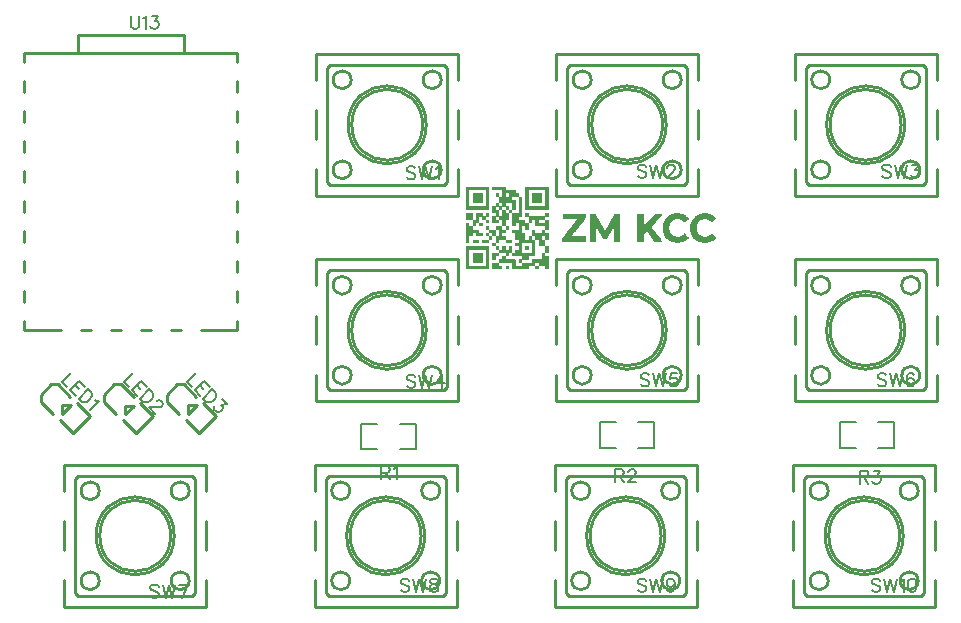
<source format=gto>
G04 Layer: TopSilkscreenLayer*
G04 EasyEDA v6.5.47, 2024-11-03 14:34:40*
G04 684bee94884246f2b67ba1c568fef4cc,02b1cd47abf14eeea88f237cf3128960,10*
G04 Gerber Generator version 0.2*
G04 Scale: 100 percent, Rotated: No, Reflected: No *
G04 Dimensions in millimeters *
G04 leading zeros omitted , absolute positions ,4 integer and 5 decimal *
%FSLAX45Y45*%
%MOMM*%

%ADD10C,0.1524*%
%ADD11C,0.2540*%

%LPD*%
G36*
X7013600Y17117618D02*
G01*
X6977684Y17117466D01*
X6970420Y17116755D01*
X6966864Y17115180D01*
X6959904Y17114316D01*
X6957263Y17112335D01*
X6950709Y17111573D01*
X6946239Y17109084D01*
X6943801Y17109084D01*
X6941515Y17107966D01*
X6941515Y17107255D01*
X6936790Y17105680D01*
X6935012Y17103953D01*
X6931355Y17102937D01*
X6929780Y17101159D01*
X6925919Y17100143D01*
X6924751Y17098568D01*
X6921347Y17097197D01*
X6919925Y17094911D01*
X6918756Y17094911D01*
X6916369Y17092066D01*
X6915607Y17092066D01*
X6908292Y17086122D01*
X6901535Y17079366D01*
X6901535Y17078604D01*
X6899351Y17076674D01*
X6891172Y17066361D01*
X6889902Y17063770D01*
X6888632Y17063262D01*
X6887159Y17058538D01*
X6885940Y17058030D01*
X6884822Y17054423D01*
X6882688Y17051782D01*
X6882688Y17050105D01*
X6880504Y17047565D01*
X6879539Y17043958D01*
X6877862Y17042282D01*
X6876796Y17035983D01*
X6874967Y17033951D01*
X6874205Y17026788D01*
X6872224Y17023994D01*
X6871512Y17012310D01*
X6869785Y17007128D01*
X6869175Y16990568D01*
X6869988Y16977309D01*
X6871512Y16974159D01*
X6872224Y16962475D01*
X6874154Y16959224D01*
X6875018Y16952315D01*
X6876897Y16949623D01*
X6877710Y16944289D01*
X6879488Y16942308D01*
X6880504Y16938294D01*
X6882130Y16937380D01*
X6883095Y16933265D01*
X6885279Y16931284D01*
X6885838Y16928033D01*
X6888073Y16925798D01*
X6888073Y16924375D01*
X6891477Y16919143D01*
X6898335Y16911066D01*
X6906006Y16901515D01*
X6908952Y16899991D01*
X6910070Y16898061D01*
X6911390Y16898061D01*
X6913016Y16895927D01*
X6920331Y16890085D01*
X6923024Y16888612D01*
X6923531Y16887240D01*
X6927342Y16886123D01*
X6929780Y16883989D01*
X6932879Y16883380D01*
X6934453Y16881500D01*
X6938111Y16880484D01*
X6940550Y16878300D01*
X6943902Y16877639D01*
X6946392Y16875709D01*
X6952538Y16875099D01*
X6955840Y16872966D01*
X6963054Y16872102D01*
X6965797Y16869918D01*
X6983933Y16869308D01*
X6989775Y16867581D01*
X7003237Y16867682D01*
X7010450Y16869257D01*
X7023658Y16870019D01*
X7027011Y16872102D01*
X7034428Y16872915D01*
X7038340Y16875353D01*
X7041540Y16875353D01*
X7044893Y16877741D01*
X7049363Y16878655D01*
X7052056Y16881043D01*
X7054088Y16881043D01*
X7057491Y16883888D01*
X7059574Y16883888D01*
X7062165Y16886478D01*
X7068566Y16890238D01*
X7070394Y16892371D01*
X7071156Y16892371D01*
X7081824Y16902074D01*
X7087666Y16908983D01*
X7088886Y16911624D01*
X7087870Y16915587D01*
X7087057Y16915587D01*
X7081316Y16921480D01*
X7066584Y16935805D01*
X7062520Y16939463D01*
X7054443Y16947286D01*
X7053884Y16947286D01*
X7050379Y16944390D01*
X7039152Y16933672D01*
X7036358Y16932148D01*
X7035901Y16930878D01*
X7032396Y16929760D01*
X7030262Y16927423D01*
X7029348Y16927423D01*
X7026148Y16925036D01*
X7021220Y16924070D01*
X7018832Y16922242D01*
X7013143Y16921276D01*
X7008215Y16919143D01*
X6983933Y16919143D01*
X6980123Y16921276D01*
X6973265Y16922191D01*
X6971690Y16923664D01*
X6966458Y16925137D01*
X6965086Y16926407D01*
X6960717Y16928338D01*
X6958482Y16930217D01*
X6957059Y16930217D01*
X6954774Y16932656D01*
X6950303Y16936364D01*
X6949490Y16936364D01*
X6946036Y16939920D01*
X6939940Y16948353D01*
X6937451Y16950791D01*
X6937451Y16952366D01*
X6935114Y16956024D01*
X6934200Y16958868D01*
X6932574Y16960748D01*
X6931609Y16965472D01*
X6929831Y16968470D01*
X6929018Y16975226D01*
X6926935Y16979188D01*
X6926935Y17007128D01*
X6928967Y17010634D01*
X6929729Y17017695D01*
X6931609Y17020235D01*
X6932218Y17025061D01*
X6934250Y17026991D01*
X6935165Y17030547D01*
X6937451Y17033443D01*
X6937451Y17035272D01*
X6948271Y17048530D01*
X6949135Y17048530D01*
X6954774Y17054220D01*
X6955637Y17054220D01*
X6957923Y17056404D01*
X6962190Y17058081D01*
X6962190Y17058843D01*
X6966407Y17060367D01*
X6968286Y17062246D01*
X6974331Y17063110D01*
X6977532Y17065244D01*
X6989876Y17066412D01*
X6996633Y17068088D01*
X7004151Y17066056D01*
X7014413Y17065396D01*
X7018528Y17063059D01*
X7023201Y17062348D01*
X7025690Y17060468D01*
X7029297Y17059249D01*
X7031837Y17057065D01*
X7032955Y17057065D01*
X7035038Y17054728D01*
X7038289Y17053610D01*
X7051497Y17040352D01*
X7055408Y17039894D01*
X7062571Y17046397D01*
X7075830Y17059859D01*
X7076338Y17059859D01*
X7088886Y17072711D01*
X7088327Y17076674D01*
X7076440Y17089170D01*
X7070496Y17094708D01*
X7067702Y17095978D01*
X7067702Y17096841D01*
X7064298Y17098314D01*
X7063587Y17099686D01*
X7059472Y17101566D01*
X7058507Y17102836D01*
X7053834Y17104410D01*
X7053427Y17105630D01*
X7049058Y17106849D01*
X7047179Y17108627D01*
X7042505Y17109440D01*
X7039762Y17111573D01*
X7034225Y17112284D01*
X7030466Y17114367D01*
X7021880Y17115231D01*
X7019340Y17116602D01*
G37*
G36*
X6745528Y17117517D02*
G01*
X6737553Y17116653D01*
X6734759Y17115180D01*
X6727698Y17114316D01*
X6724599Y17112284D01*
X6717690Y17111472D01*
X6715353Y17109643D01*
X6710375Y17108678D01*
X6707022Y17106239D01*
X6705447Y17106239D01*
X6701536Y17103445D01*
X6700062Y17103394D01*
X6696608Y17100905D01*
X6693458Y17099991D01*
X6691630Y17098314D01*
X6688734Y17096740D01*
X6688734Y17095825D01*
X6685584Y17094250D01*
X6685584Y17093539D01*
X6682231Y17091406D01*
X6676085Y17086122D01*
X6669633Y17079468D01*
X6660794Y17069104D01*
X6656374Y17063008D01*
X6656374Y17061637D01*
X6653682Y17058436D01*
X6653682Y17056252D01*
X6651447Y17054017D01*
X6650481Y17050207D01*
X6648805Y17048988D01*
X6647738Y17045533D01*
X6645605Y17042231D01*
X6645605Y17039336D01*
X6643319Y17035830D01*
X6642455Y17029582D01*
X6640575Y17026890D01*
X6639814Y17016882D01*
X6638442Y17014088D01*
X6637477Y17007332D01*
X6637781Y16974007D01*
X6639814Y16968876D01*
X6640575Y16959580D01*
X6642557Y16956278D01*
X6643065Y16950994D01*
X6645097Y16947794D01*
X6646164Y16942104D01*
X6648297Y16940022D01*
X6648297Y16938447D01*
X6650990Y16934281D01*
X6650990Y16933164D01*
X6653123Y16930471D01*
X6654190Y16927017D01*
X6655917Y16925391D01*
X6656476Y16922597D01*
X6661556Y16916501D01*
X6670090Y16905528D01*
X6677253Y16898670D01*
X6679539Y16897451D01*
X6681317Y16895622D01*
X6688328Y16889526D01*
X6689039Y16889526D01*
X6692341Y16886783D01*
X6694931Y16886174D01*
X6695998Y16884853D01*
X6700164Y16883176D01*
X6703212Y16881043D01*
X6704787Y16881043D01*
X6708241Y16878503D01*
X6711340Y16877639D01*
X6713778Y16875709D01*
X6720535Y16874998D01*
X6723786Y16872864D01*
X6730542Y16872102D01*
X6733844Y16869918D01*
X6751370Y16869308D01*
X6757212Y16867632D01*
X6770674Y16867682D01*
X6778294Y16869257D01*
X6791401Y16869968D01*
X6794804Y16872204D01*
X6802475Y16872915D01*
X6805066Y16874947D01*
X6809943Y16875760D01*
X6812432Y16877690D01*
X6817309Y16878655D01*
X6819646Y16881043D01*
X6821220Y16881043D01*
X6823709Y16882364D01*
X6824827Y16883786D01*
X6827824Y16884345D01*
X6828993Y16885818D01*
X6832346Y16887647D01*
X6833108Y16888866D01*
X6836918Y16890644D01*
X6836918Y16891406D01*
X6839051Y16892625D01*
X6848195Y16901210D01*
X6856679Y16910608D01*
X6856679Y16913707D01*
X6852818Y16917771D01*
X6836511Y16933316D01*
X6823049Y16946778D01*
X6820306Y16946778D01*
X6816547Y16943273D01*
X6806438Y16933062D01*
X6805523Y16933062D01*
X6802983Y16930878D01*
X6800189Y16929709D01*
X6798106Y16927423D01*
X6796531Y16927423D01*
X6793687Y16924883D01*
X6788861Y16924172D01*
X6786168Y16922140D01*
X6780987Y16921327D01*
X6775602Y16919143D01*
X6751370Y16919143D01*
X6747814Y16921327D01*
X6741312Y16922089D01*
X6738315Y16924020D01*
X6733946Y16925086D01*
X6731406Y16927322D01*
X6728459Y16927982D01*
X6721703Y16933113D01*
X6720179Y16933672D01*
X6718808Y16935907D01*
X6717639Y16935907D01*
X6713626Y16940174D01*
X6705803Y16950182D01*
X6705803Y16951401D01*
X6703618Y16953636D01*
X6702704Y16957344D01*
X6700774Y16959478D01*
X6699910Y16963440D01*
X6698081Y16966082D01*
X6697370Y16972686D01*
X6694931Y16977055D01*
X6694931Y17007586D01*
X6695592Y17010430D01*
X6697370Y17013580D01*
X6698081Y17020184D01*
X6699554Y17021962D01*
X6700875Y17026483D01*
X6703009Y17029836D01*
X6703669Y17032224D01*
X6705803Y17034865D01*
X6705803Y17036084D01*
X6711188Y17042384D01*
X6711188Y17043146D01*
X6715963Y17048276D01*
X6720230Y17051578D01*
X6725513Y17056506D01*
X6728714Y17057420D01*
X6731457Y17059859D01*
X6733540Y17059859D01*
X6736435Y17062450D01*
X6742379Y17063161D01*
X6744919Y17065193D01*
X6758127Y17066463D01*
X6764121Y17068038D01*
X6771589Y17066056D01*
X6782358Y17065447D01*
X6785609Y17063161D01*
X6790944Y17062348D01*
X6794347Y17059859D01*
X6795922Y17059859D01*
X6799325Y17057065D01*
X6800850Y17057065D01*
X6802526Y17055033D01*
X6806184Y17053306D01*
X6807860Y17051375D01*
X6808622Y17051375D01*
X6819595Y17039996D01*
X6823202Y17039996D01*
X6848551Y17064482D01*
X6856679Y17072660D01*
X6856679Y17076064D01*
X6851243Y17081652D01*
X6851243Y17082262D01*
X6846925Y17086630D01*
X6837680Y17094911D01*
X6835597Y17095470D01*
X6835140Y17096740D01*
X6831533Y17098721D01*
X6831533Y17099534D01*
X6827774Y17101108D01*
X6825284Y17103293D01*
X6822186Y17103902D01*
X6820611Y17105782D01*
X6816902Y17106798D01*
X6815023Y17108627D01*
X6809740Y17109541D01*
X6807200Y17111522D01*
X6801256Y17112437D01*
X6798309Y17114367D01*
X6789877Y17115180D01*
X6785051Y17117364D01*
G37*
G36*
X6275628Y17114824D02*
G01*
X6233058Y17114520D01*
X6231280Y17112792D01*
X6230112Y17109897D01*
X6228029Y17107712D01*
X6228029Y17106392D01*
X6225336Y17102785D01*
X6225336Y17101210D01*
X6223101Y17098975D01*
X6222034Y17095266D01*
X6220764Y17094758D01*
X6216650Y17086122D01*
X6215075Y17084954D01*
X6214465Y17082058D01*
X6211976Y17079061D01*
X6211316Y17076674D01*
X6209182Y17073981D01*
X6209182Y17072762D01*
X6206490Y17069206D01*
X6206490Y17067428D01*
X6204254Y17065396D01*
X6203238Y17061992D01*
X6201460Y17059960D01*
X6197803Y17052544D01*
X6195720Y17050461D01*
X6195720Y17048632D01*
X6193028Y17045076D01*
X6193028Y17043908D01*
X6190335Y17040352D01*
X6190335Y17038777D01*
X6188049Y17036542D01*
X6187033Y17032833D01*
X6185509Y17032020D01*
X6183985Y17027702D01*
X6183223Y17027702D01*
X6182055Y17024654D01*
X6179566Y17021505D01*
X6179566Y17019676D01*
X6176975Y17016577D01*
X6176264Y17014240D01*
X6174181Y17011548D01*
X6174181Y17010227D01*
X6171895Y17007687D01*
X6171336Y17005249D01*
X6169253Y17002861D01*
X6168186Y16999559D01*
X6166053Y16997476D01*
X6166053Y16996156D01*
X6163360Y16992549D01*
X6163360Y16990771D01*
X6161176Y16988739D01*
X6160109Y16985335D01*
X6158687Y16983608D01*
X6156248Y16979188D01*
X6154724Y16975886D01*
X6152692Y16973296D01*
X6152083Y16970552D01*
X6149238Y16970095D01*
X6148120Y16971568D01*
X6148120Y16973245D01*
X6145428Y16976496D01*
X6145428Y16977461D01*
X6143294Y16980154D01*
X6142583Y16982541D01*
X6140094Y16985538D01*
X6139535Y16988282D01*
X6137351Y16990314D01*
X6137351Y16991685D01*
X6135217Y16994327D01*
X6134557Y16996714D01*
X6132474Y16999102D01*
X6130950Y17003115D01*
X6130137Y17003115D01*
X6128410Y17007281D01*
X6127496Y17007890D01*
X6125768Y17011853D01*
X6123889Y17013682D01*
X6123889Y17015307D01*
X6121704Y17018000D01*
X6120333Y17021556D01*
X6119469Y17021556D01*
X6117945Y17025721D01*
X6115761Y17027855D01*
X6115761Y17029480D01*
X6113068Y17033036D01*
X6113068Y17034357D01*
X6110986Y17036440D01*
X6109919Y17039844D01*
X6107684Y17041876D01*
X6107684Y17043654D01*
X6104991Y17047260D01*
X6104991Y17048378D01*
X6102908Y17050461D01*
X6101842Y17054169D01*
X6100064Y17055490D01*
X6099048Y17058690D01*
X6096914Y17061383D01*
X6096914Y17062551D01*
X6094831Y17064634D01*
X6093714Y17068444D01*
X6092393Y17069003D01*
X6090158Y17073829D01*
X6088126Y17077334D01*
X6086703Y17079061D01*
X6085586Y17082668D01*
X6084265Y17083227D01*
X6082538Y17087088D01*
X6080099Y17091406D01*
X6078067Y17094047D01*
X6078067Y17095825D01*
X6075375Y17098721D01*
X6075375Y17100042D01*
X6073292Y17102683D01*
X6072124Y17105833D01*
X6070549Y17106950D01*
X6069533Y17110252D01*
X6065570Y17114774D01*
X6022390Y17114774D01*
X6020612Y17112894D01*
X6020612Y16873982D01*
X6021984Y16872508D01*
X6071616Y16872508D01*
X6072682Y16873626D01*
X6072682Y17004741D01*
X6073648Y17006163D01*
X6078067Y16997476D01*
X6079286Y16996714D01*
X6080353Y16993311D01*
X6082538Y16991126D01*
X6082538Y16989501D01*
X6085230Y16985945D01*
X6085230Y16984675D01*
X6087922Y16981779D01*
X6087922Y16979950D01*
X6090615Y16976699D01*
X6090615Y16975734D01*
X6092698Y16973042D01*
X6093866Y16970095D01*
X6096050Y16967911D01*
X6096050Y16966336D01*
X6098743Y16962729D01*
X6098743Y16961408D01*
X6100826Y16959326D01*
X6101892Y16955922D01*
X6104128Y16953890D01*
X6104128Y16952671D01*
X6108852Y16945152D01*
X6109919Y16942460D01*
X6112205Y16939615D01*
X6112205Y16938396D01*
X6114897Y16934840D01*
X6114897Y16933519D01*
X6116980Y16931436D01*
X6118047Y16928134D01*
X6119876Y16926102D01*
X6123381Y16919041D01*
X6125108Y16917416D01*
X6126632Y16913199D01*
X6127496Y16913199D01*
X6129223Y16908932D01*
X6130086Y16908932D01*
X6131661Y16904614D01*
X6133287Y16903446D01*
X6134404Y16899788D01*
X6136944Y16897807D01*
X6161379Y16897807D01*
X6163614Y16898518D01*
X6165596Y16902074D01*
X6167577Y16906341D01*
X6169660Y16908424D01*
X6169660Y16910253D01*
X6171692Y16912894D01*
X6174130Y16917212D01*
X6175857Y16921124D01*
X6177229Y16921683D01*
X6178245Y16925493D01*
X6180429Y16927830D01*
X6180429Y16929150D01*
X6183122Y16932757D01*
X6183122Y16933926D01*
X6185408Y16936770D01*
X6186373Y16939768D01*
X6188506Y16942003D01*
X6188506Y16943374D01*
X6191199Y16946930D01*
X6191199Y16948505D01*
X6193434Y16950740D01*
X6194501Y16954144D01*
X6196634Y16956227D01*
X6196634Y16957548D01*
X6199327Y16961104D01*
X6199327Y16962729D01*
X6201562Y16964964D01*
X6202629Y16968622D01*
X6204153Y16969486D01*
X6205169Y16972737D01*
X6207404Y16975429D01*
X6207404Y16976902D01*
X6209639Y16979138D01*
X6210554Y16982795D01*
X6211925Y16983354D01*
X6215735Y16991177D01*
X6218174Y16994174D01*
X6218174Y16996054D01*
X6220256Y16998137D01*
X6222238Y17002404D01*
X6224219Y17006062D01*
X6225133Y17005960D01*
X6225641Y16977766D01*
X6225794Y16874032D01*
X6227267Y16872762D01*
X6276543Y16872508D01*
X6279184Y16873931D01*
X6279743Y16878096D01*
X6278829Y17110354D01*
X6277508Y17113758D01*
G37*
G36*
X5982004Y17114774D02*
G01*
X5795416Y17114672D01*
X5792571Y17113808D01*
X5791606Y17110862D01*
X5791606Y17067123D01*
X5793232Y17065548D01*
X5909614Y17065548D01*
X5910173Y17064634D01*
X5904636Y17057776D01*
X5904128Y17056354D01*
X5895644Y17046397D01*
X5891936Y17041317D01*
X5890463Y17038980D01*
X5888583Y17037608D01*
X5888583Y17036288D01*
X5885891Y17034256D01*
X5885891Y17033392D01*
X5882386Y17029734D01*
X5877001Y17021962D01*
X5875121Y17020540D01*
X5875121Y17019270D01*
X5872429Y17017238D01*
X5872429Y17016272D01*
X5869940Y17013732D01*
X5861862Y17003064D01*
X5856478Y16996613D01*
X5844387Y16981068D01*
X5841085Y16977156D01*
X5838342Y16973194D01*
X5828080Y16960392D01*
X5823458Y16954144D01*
X5813348Y16941749D01*
X5810250Y16937329D01*
X5802579Y16928033D01*
X5796737Y16920311D01*
X5789574Y16911726D01*
X5788964Y16910151D01*
X5788914Y16873982D01*
X5790336Y16872508D01*
X5988608Y16872508D01*
X5990945Y16874490D01*
X5990945Y16916552D01*
X5989066Y16920514D01*
X5988050Y16921226D01*
X5869025Y16921276D01*
X5865672Y16921835D01*
X5865672Y16922953D01*
X5867704Y16925036D01*
X5877407Y16937685D01*
X5882589Y16943984D01*
X5891072Y16955008D01*
X5894527Y16959122D01*
X5900928Y16967860D01*
X5905652Y16973092D01*
X5905652Y16973753D01*
X5909106Y16977461D01*
X5914542Y16985183D01*
X5916422Y16986605D01*
X5916422Y16987875D01*
X5919114Y16989907D01*
X5919114Y16990872D01*
X5921603Y16993412D01*
X5927598Y17001439D01*
X5947156Y17026077D01*
X5953048Y17033849D01*
X5960719Y17043349D01*
X5969203Y17054372D01*
X5978855Y17066412D01*
X5978855Y17067072D01*
X5983782Y17072457D01*
X5983782Y17073524D01*
X5985611Y17074896D01*
X5986475Y17078096D01*
X5986475Y17110049D01*
X5985154Y17113402D01*
G37*
G36*
X6574180Y17114774D02*
G01*
X6562344Y17102074D01*
X6511391Y17045432D01*
X6500368Y17033544D01*
X6477558Y17007789D01*
X6476796Y17009008D01*
X6476746Y17110252D01*
X6475577Y17113554D01*
X6472529Y17114723D01*
X6423558Y17114723D01*
X6421628Y17113859D01*
X6420002Y17111268D01*
X6420002Y16874794D01*
X6422491Y16872508D01*
X6474815Y16872508D01*
X6476542Y16873880D01*
X6476796Y16933722D01*
X6504178Y16963339D01*
X6504838Y16963339D01*
X6510934Y16956125D01*
X6510934Y16955465D01*
X6519468Y16944644D01*
X6521704Y16942257D01*
X6521704Y16941190D01*
X6523583Y16939768D01*
X6528054Y16933316D01*
X6536283Y16923105D01*
X6542176Y16915282D01*
X6550710Y16904462D01*
X6552133Y16902226D01*
X6559194Y16893794D01*
X6566408Y16884040D01*
X6572656Y16876217D01*
X6575907Y16872508D01*
X6637578Y16872508D01*
X6640220Y16873982D01*
X6640220Y16874744D01*
X6638899Y16875912D01*
X6638340Y16877944D01*
X6636156Y16880332D01*
X6633057Y16884446D01*
X6633057Y16885259D01*
X6624980Y16894911D01*
X6624980Y16895775D01*
X6611467Y16913301D01*
X6611467Y16913961D01*
X6608368Y16917720D01*
X6606082Y16920108D01*
X6606082Y16921226D01*
X6603847Y16922800D01*
X6603847Y16923867D01*
X6592620Y16938345D01*
X6592620Y16939006D01*
X6587490Y16945559D01*
X6584950Y16948302D01*
X6583629Y16951045D01*
X6582918Y16951045D01*
X6581952Y16953280D01*
X6574028Y16963288D01*
X6567931Y16971619D01*
X6563004Y16977563D01*
X6563004Y16978426D01*
X6557365Y16985538D01*
X6549288Y16996664D01*
X6546850Y16999204D01*
X6546850Y17000220D01*
X6544716Y17001947D01*
X6543548Y17004284D01*
X6542785Y17004842D01*
X6544157Y17008246D01*
X6563207Y17030039D01*
X6578955Y17047464D01*
X6591046Y17061586D01*
X6616446Y17089983D01*
X6628333Y17103852D01*
X6633514Y17109541D01*
X6633514Y17113300D01*
X6631482Y17114774D01*
G37*
G36*
X4972202Y17342612D02*
G01*
X4971288Y17341697D01*
X4971288Y17313097D01*
X5139232Y17313097D01*
X5139232Y17174667D01*
X5000802Y17174667D01*
X5000802Y17313097D01*
X4971288Y17313097D01*
X4971288Y17146117D01*
X4972202Y17145152D01*
X5167782Y17145152D01*
X5168747Y17146117D01*
X5168747Y17341697D01*
X5167782Y17342612D01*
G37*
G36*
X5196484Y17342612D02*
G01*
X5195570Y17341697D01*
X5195570Y17314011D01*
X5196484Y17313097D01*
X5279491Y17313097D01*
X5279491Y17285462D01*
X5335879Y17285462D01*
X5335879Y17258639D01*
X5307888Y17258639D01*
X5307888Y17285462D01*
X5279491Y17285462D01*
X5279491Y17258639D01*
X5252669Y17258639D01*
X5252669Y17285309D01*
X5251754Y17286274D01*
X5224068Y17286274D01*
X5223154Y17285309D01*
X5223154Y17258792D01*
X5224068Y17257877D01*
X5419801Y17257877D01*
X5419801Y17118330D01*
X5364226Y17118330D01*
X5364226Y17145152D01*
X5390896Y17145152D01*
X5391861Y17146117D01*
X5391861Y17228972D01*
X5390896Y17229886D01*
X5364226Y17229886D01*
X5364226Y17257877D01*
X5251907Y17257877D01*
X5251907Y17202302D01*
X5224068Y17202302D01*
X5223306Y17201540D01*
X5363464Y17201540D01*
X5363464Y17145965D01*
X5336641Y17145965D01*
X5336641Y17173752D01*
X5335727Y17174667D01*
X5307888Y17174667D01*
X5307888Y17201540D01*
X5279491Y17201540D01*
X5279491Y17174667D01*
X5252669Y17174667D01*
X5252669Y17201540D01*
X5223306Y17201540D01*
X5223154Y17201388D01*
X5223154Y17174667D01*
X5196484Y17174667D01*
X5195722Y17173905D01*
X5307126Y17173905D01*
X5307126Y17145965D01*
X5280304Y17145965D01*
X5280304Y17173905D01*
X5251907Y17173905D01*
X5251907Y17145965D01*
X5223916Y17145965D01*
X5223916Y17173905D01*
X5195722Y17173905D01*
X5195570Y17173752D01*
X5195570Y17145152D01*
X5335879Y17145152D01*
X5335879Y17118330D01*
X5307888Y17118330D01*
X5307888Y17145152D01*
X5279491Y17145152D01*
X5279491Y17090745D01*
X5252669Y17090745D01*
X5252669Y17145152D01*
X5195570Y17145152D01*
X5195570Y17118482D01*
X5196484Y17117568D01*
X5223154Y17117568D01*
X5223154Y17090745D01*
X5196484Y17090745D01*
X5195722Y17089983D01*
X5251907Y17089983D01*
X5251907Y17061992D01*
X5223916Y17061992D01*
X5223916Y17089983D01*
X5195722Y17089983D01*
X5195570Y17089831D01*
X5195570Y17034560D01*
X5196484Y17033595D01*
X5251754Y17033595D01*
X5252669Y17034560D01*
X5252669Y17061230D01*
X5279491Y17061230D01*
X5279491Y17006773D01*
X5224068Y17006773D01*
X5223306Y17006011D01*
X5307126Y17006011D01*
X5307126Y16978020D01*
X5280304Y16978020D01*
X5280304Y17006011D01*
X5223306Y17006011D01*
X5223154Y17005858D01*
X5223154Y16978020D01*
X5168747Y16978020D01*
X5168747Y17005858D01*
X5167782Y17006773D01*
X5140147Y17006773D01*
X5139232Y17005858D01*
X5139232Y16978172D01*
X5140147Y16977258D01*
X5251907Y16977258D01*
X5251907Y16922851D01*
X5223916Y16922851D01*
X5223916Y16977258D01*
X5167934Y16977258D01*
X5167934Y16950436D01*
X5140147Y16950436D01*
X5139385Y16949674D01*
X5195570Y16949674D01*
X5195570Y16922851D01*
X5168747Y16922851D01*
X5168747Y16949674D01*
X5139385Y16949674D01*
X5139232Y16949521D01*
X5139232Y16923004D01*
X5140147Y16922089D01*
X5167934Y16922089D01*
X5167934Y16894098D01*
X5112512Y16894098D01*
X5111597Y16893184D01*
X5111597Y16866616D01*
X5112512Y16865701D01*
X5167782Y16865701D01*
X5168747Y16866616D01*
X5168747Y16893336D01*
X5195417Y16893336D01*
X5196332Y16894251D01*
X5196332Y16922089D01*
X5223154Y16922089D01*
X5223154Y16866463D01*
X5196484Y16866463D01*
X5195570Y16865549D01*
X5195570Y16839031D01*
X5195722Y16838879D01*
X5223916Y16838879D01*
X5223916Y16865701D01*
X5251754Y16865701D01*
X5252669Y16866616D01*
X5252669Y16893336D01*
X5307126Y16893336D01*
X5307126Y16866616D01*
X5308041Y16865701D01*
X5363311Y16865701D01*
X5364226Y16866616D01*
X5364226Y16893184D01*
X5363311Y16894098D01*
X5307888Y16894098D01*
X5307888Y16921937D01*
X5306974Y16922851D01*
X5280304Y16922851D01*
X5280304Y16949674D01*
X5306974Y16949674D01*
X5307888Y16950588D01*
X5307888Y16977258D01*
X5335727Y16977258D01*
X5336641Y16978172D01*
X5336641Y17005858D01*
X5335727Y17006773D01*
X5307888Y17006773D01*
X5307888Y17061230D01*
X5335727Y17061230D01*
X5336641Y17062145D01*
X5336641Y17117568D01*
X5363464Y17117568D01*
X5363464Y17006925D01*
X5364378Y17006011D01*
X5390896Y17006011D01*
X5391861Y17006925D01*
X5391861Y17033595D01*
X5419801Y17033595D01*
X5419801Y16978020D01*
X5364378Y16978020D01*
X5363464Y16977106D01*
X5363464Y16950588D01*
X5363616Y16950436D01*
X5448198Y16950436D01*
X5448198Y17006011D01*
X5475020Y17006011D01*
X5475020Y16978172D01*
X5475935Y16977258D01*
X5503621Y16977258D01*
X5504535Y16978172D01*
X5504535Y17033595D01*
X5531205Y17033595D01*
X5532120Y17034560D01*
X5532120Y17061230D01*
X5642914Y17061230D01*
X5642914Y17034408D01*
X5588508Y17034408D01*
X5588508Y17061230D01*
X5558993Y17061230D01*
X5558993Y17006925D01*
X5559907Y17006011D01*
X5642914Y17006011D01*
X5642914Y16978020D01*
X5616244Y16978020D01*
X5615330Y16977106D01*
X5615330Y16950436D01*
X5559755Y16950436D01*
X5559755Y16977106D01*
X5558840Y16978020D01*
X5532272Y16978020D01*
X5531358Y16977106D01*
X5531358Y16922851D01*
X5504688Y16922851D01*
X5503926Y16922089D01*
X5642914Y16922089D01*
X5642914Y16894098D01*
X5616092Y16894098D01*
X5616092Y16922089D01*
X5558993Y16922089D01*
X5558993Y16894098D01*
X5532120Y16894098D01*
X5532120Y16922089D01*
X5503926Y16922089D01*
X5503773Y16921937D01*
X5503773Y16894098D01*
X5475782Y16894098D01*
X5475782Y16949521D01*
X5474868Y16950436D01*
X5363616Y16950436D01*
X5364378Y16949674D01*
X5391048Y16949674D01*
X5391048Y16894251D01*
X5392013Y16893336D01*
X5419801Y16893336D01*
X5419801Y16866463D01*
X5392013Y16866463D01*
X5391200Y16865701D01*
X5531358Y16865701D01*
X5531358Y16782542D01*
X5448198Y16782542D01*
X5448198Y16865701D01*
X5391200Y16865701D01*
X5391048Y16865549D01*
X5391048Y16839031D01*
X5392013Y16838117D01*
X5419801Y16838117D01*
X5419801Y16810126D01*
X5392013Y16810126D01*
X5391048Y16809212D01*
X5391048Y16782542D01*
X5364226Y16782542D01*
X5364226Y16837964D01*
X5363311Y16838879D01*
X5336794Y16838879D01*
X5335879Y16837964D01*
X5335879Y16810126D01*
X5307888Y16810126D01*
X5307888Y16837964D01*
X5306974Y16838879D01*
X5280456Y16838879D01*
X5279491Y16837964D01*
X5279491Y16810126D01*
X5252669Y16810126D01*
X5252669Y16837964D01*
X5251754Y16838879D01*
X5195722Y16838879D01*
X5196484Y16838117D01*
X5223154Y16838117D01*
X5223154Y16810278D01*
X5224068Y16809364D01*
X5251907Y16809364D01*
X5251907Y16782542D01*
X5196484Y16782542D01*
X5195570Y16781627D01*
X5195570Y16726306D01*
X5196484Y16725392D01*
X5223002Y16725392D01*
X5223916Y16726306D01*
X5223916Y16754144D01*
X5251754Y16754144D01*
X5252669Y16755059D01*
X5252669Y16781780D01*
X5307126Y16781780D01*
X5307126Y16754906D01*
X5280456Y16754906D01*
X5279491Y16753992D01*
X5279491Y16726154D01*
X5307888Y16726154D01*
X5307888Y16754144D01*
X5335727Y16754144D01*
X5336641Y16755059D01*
X5336641Y16781780D01*
X5363464Y16781780D01*
X5363464Y16755059D01*
X5364378Y16754144D01*
X5447436Y16754144D01*
X5447436Y16726154D01*
X5420715Y16726154D01*
X5419801Y16725239D01*
X5419801Y16698722D01*
X5419953Y16698569D01*
X5448198Y16698569D01*
X5448198Y16725392D01*
X5503621Y16725392D01*
X5504535Y16726306D01*
X5504535Y16754144D01*
X5558840Y16754144D01*
X5559755Y16755059D01*
X5559755Y16893336D01*
X5587746Y16893336D01*
X5587746Y16839031D01*
X5588660Y16838117D01*
X5642914Y16838117D01*
X5642914Y16782542D01*
X5616244Y16782542D01*
X5615330Y16781627D01*
X5615330Y16726154D01*
X5532272Y16726154D01*
X5531358Y16725239D01*
X5531358Y16698569D01*
X5419953Y16698569D01*
X5420715Y16697807D01*
X5587746Y16697807D01*
X5587746Y16670985D01*
X5559755Y16670985D01*
X5559755Y16697807D01*
X5447436Y16697807D01*
X5447436Y16670985D01*
X5391861Y16670985D01*
X5391861Y16725239D01*
X5390896Y16726154D01*
X5252821Y16726154D01*
X5251907Y16725239D01*
X5251907Y16698569D01*
X5196484Y16698569D01*
X5195570Y16697655D01*
X5195570Y16643502D01*
X5196484Y16642588D01*
X5279339Y16642588D01*
X5280304Y16643502D01*
X5280304Y16670070D01*
X5279339Y16670985D01*
X5252669Y16670985D01*
X5252669Y16697807D01*
X5363464Y16697807D01*
X5363464Y16643502D01*
X5364378Y16642588D01*
X5503621Y16642588D01*
X5504535Y16643502D01*
X5504535Y16670223D01*
X5558993Y16670223D01*
X5558993Y16643502D01*
X5559907Y16642588D01*
X5587593Y16642588D01*
X5588508Y16643502D01*
X5588508Y16670223D01*
X5642914Y16670223D01*
X5642914Y16643502D01*
X5643829Y16642588D01*
X5670397Y16642588D01*
X5671312Y16643502D01*
X5671312Y16753992D01*
X5670397Y16754906D01*
X5643676Y16754906D01*
X5643676Y16781780D01*
X5670397Y16781780D01*
X5671312Y16782694D01*
X5671312Y16837964D01*
X5670397Y16838879D01*
X5643676Y16838879D01*
X5643676Y16893336D01*
X5670397Y16893336D01*
X5671312Y16894251D01*
X5671312Y16949521D01*
X5670397Y16950436D01*
X5643676Y16950436D01*
X5643676Y16977258D01*
X5670397Y16977258D01*
X5671312Y16978172D01*
X5671312Y17061078D01*
X5670397Y17061992D01*
X5643676Y17061992D01*
X5643676Y17089983D01*
X5670397Y17089983D01*
X5671312Y17090898D01*
X5671312Y17117415D01*
X5670397Y17118330D01*
X5643829Y17118330D01*
X5642914Y17117415D01*
X5642914Y17090745D01*
X5504535Y17090745D01*
X5504535Y17117415D01*
X5503621Y17118330D01*
X5475935Y17118330D01*
X5475020Y17117415D01*
X5475020Y17090898D01*
X5475935Y17089983D01*
X5503773Y17089983D01*
X5503773Y17034408D01*
X5475782Y17034408D01*
X5475782Y17061078D01*
X5474868Y17061992D01*
X5420563Y17061992D01*
X5420563Y17089983D01*
X5447284Y17089983D01*
X5448198Y17090898D01*
X5448198Y17257725D01*
X5447284Y17258639D01*
X5420563Y17258639D01*
X5420563Y17285309D01*
X5419648Y17286274D01*
X5391861Y17286274D01*
X5391861Y17312944D01*
X5390896Y17313859D01*
X5307888Y17313859D01*
X5307888Y17341697D01*
X5306974Y17342612D01*
G37*
G36*
X5475935Y17342612D02*
G01*
X5475020Y17341697D01*
X5475020Y17313097D01*
X5642914Y17313097D01*
X5642914Y17174667D01*
X5504535Y17174667D01*
X5504535Y17313097D01*
X5475020Y17313097D01*
X5475020Y17146117D01*
X5475935Y17145152D01*
X5670397Y17145152D01*
X5671312Y17146117D01*
X5671312Y17341697D01*
X5670397Y17342612D01*
G37*
G36*
X5028590Y17286274D02*
G01*
X5027676Y17285309D01*
X5027676Y17202454D01*
X5028590Y17201540D01*
X5111445Y17201540D01*
X5112359Y17202454D01*
X5112359Y17285309D01*
X5111445Y17286274D01*
G37*
G36*
X5532272Y17286274D02*
G01*
X5531358Y17285309D01*
X5531358Y17202454D01*
X5532272Y17201540D01*
X5615178Y17201540D01*
X5616092Y17202454D01*
X5616092Y17285309D01*
X5615178Y17286274D01*
G37*
G36*
X4972202Y17118330D02*
G01*
X4971288Y17117415D01*
X4971288Y17062145D01*
X4972202Y17061230D01*
X5027676Y17061230D01*
X5027676Y17006773D01*
X5000802Y17006773D01*
X5000802Y17033443D01*
X4999888Y17034408D01*
X4972202Y17034408D01*
X4971288Y17033443D01*
X4971288Y16866616D01*
X4972202Y16865701D01*
X4999888Y16865701D01*
X5000802Y16866616D01*
X5000802Y16922089D01*
X5027523Y16922089D01*
X5028438Y16923004D01*
X5028438Y16949674D01*
X5055260Y16949674D01*
X5055260Y16923004D01*
X5056174Y16922089D01*
X5111445Y16922089D01*
X5112359Y16923004D01*
X5112359Y16949521D01*
X5111445Y16950436D01*
X5084775Y16950436D01*
X5084775Y16977106D01*
X5083860Y16978020D01*
X5028438Y16978020D01*
X5028438Y17006011D01*
X5055108Y17006011D01*
X5056022Y17006925D01*
X5056022Y17033595D01*
X5084013Y17033595D01*
X5084013Y17006925D01*
X5084927Y17006011D01*
X5111445Y17006011D01*
X5112359Y17006925D01*
X5112359Y17033443D01*
X5111445Y17034408D01*
X5084775Y17034408D01*
X5084775Y17089983D01*
X5111597Y17089983D01*
X5111597Y17062145D01*
X5112512Y17061230D01*
X5139232Y17061230D01*
X5139232Y17034560D01*
X5140147Y17033595D01*
X5167782Y17033595D01*
X5168747Y17034560D01*
X5168747Y17061078D01*
X5167782Y17061992D01*
X5139994Y17061992D01*
X5139994Y17089983D01*
X5167782Y17089983D01*
X5168747Y17090898D01*
X5168747Y17117415D01*
X5167782Y17118330D01*
X5140147Y17118330D01*
X5139232Y17117415D01*
X5139232Y17090745D01*
X5112359Y17090745D01*
X5112359Y17117415D01*
X5111445Y17118330D01*
X5056174Y17118330D01*
X5055260Y17117415D01*
X5055260Y17061992D01*
X5028438Y17061992D01*
X5028438Y17117415D01*
X5027523Y17118330D01*
G37*
G36*
X5028590Y16894098D02*
G01*
X5027676Y16893184D01*
X5027676Y16866616D01*
X5028590Y16865701D01*
X5083860Y16865701D01*
X5084775Y16866616D01*
X5084775Y16893184D01*
X5083860Y16894098D01*
G37*
G36*
X4972202Y16838879D02*
G01*
X4971288Y16837964D01*
X4971288Y16809364D01*
X5139232Y16809364D01*
X5139232Y16670985D01*
X5000802Y16670985D01*
X5000802Y16809364D01*
X4971288Y16809364D01*
X4971288Y16643502D01*
X4972202Y16642588D01*
X5167782Y16642588D01*
X5168747Y16643502D01*
X5168747Y16837964D01*
X5167782Y16838879D01*
G37*
G36*
X5475935Y16838879D02*
G01*
X5475020Y16837964D01*
X5475020Y16810278D01*
X5475935Y16809364D01*
X5503621Y16809364D01*
X5504535Y16810278D01*
X5504535Y16837964D01*
X5503621Y16838879D01*
G37*
G36*
X5028590Y16782542D02*
G01*
X5027676Y16781627D01*
X5027676Y16698722D01*
X5028590Y16697807D01*
X5111445Y16697807D01*
X5112359Y16698722D01*
X5112359Y16781627D01*
X5111445Y16782542D01*
G37*
G36*
X5308041Y16670985D02*
G01*
X5307126Y16670070D01*
X5307126Y16643502D01*
X5308041Y16642588D01*
X5335727Y16642588D01*
X5336641Y16643502D01*
X5336641Y16670070D01*
X5335727Y16670985D01*
G37*
D10*
X1630814Y15766168D02*
G01*
X1553763Y15689117D01*
X1553763Y15689117D02*
G01*
X1597766Y15645114D01*
X1699064Y15697918D02*
G01*
X1622013Y15620867D01*
X1699064Y15697918D02*
G01*
X1746839Y15650143D01*
X1662424Y15661279D02*
G01*
X1691878Y15631822D01*
X1622013Y15620867D02*
G01*
X1669788Y15573093D01*
X1771086Y15625897D02*
G01*
X1694035Y15548846D01*
X1771086Y15625897D02*
G01*
X1796948Y15600032D01*
X1804311Y15585485D01*
X1804311Y15570756D01*
X1800539Y15559801D01*
X1793176Y15544893D01*
X1774858Y15526575D01*
X1760128Y15519389D01*
X1749173Y15515617D01*
X1734446Y15515617D01*
X1719897Y15522981D01*
X1694035Y15548846D01*
X1832150Y15535374D02*
G01*
X1843285Y15531782D01*
X1865198Y15531782D01*
X1788147Y15454731D01*
X2151641Y15766041D02*
G01*
X2074590Y15688990D01*
X2074590Y15688990D02*
G01*
X2118593Y15644987D01*
X2219891Y15697791D02*
G01*
X2142840Y15620740D01*
X2219891Y15697791D02*
G01*
X2267666Y15650016D01*
X2183251Y15661152D02*
G01*
X2212705Y15631695D01*
X2142840Y15620740D02*
G01*
X2190615Y15572966D01*
X2291913Y15625770D02*
G01*
X2214862Y15548719D01*
X2291913Y15625770D02*
G01*
X2317775Y15599905D01*
X2325138Y15585358D01*
X2325138Y15570629D01*
X2321366Y15559674D01*
X2314003Y15544766D01*
X2295685Y15526448D01*
X2280955Y15519262D01*
X2270000Y15515490D01*
X2255273Y15515490D01*
X2240724Y15522854D01*
X2214862Y15548719D01*
X2352977Y15528063D02*
G01*
X2356571Y15531655D01*
X2367706Y15535247D01*
X2375070Y15535427D01*
X2386025Y15531655D01*
X2400752Y15516928D01*
X2404524Y15505973D01*
X2404346Y15498607D01*
X2400752Y15487472D01*
X2393388Y15480108D01*
X2382253Y15476517D01*
X2363934Y15472925D01*
X2290655Y15472925D01*
X2342022Y15421559D01*
X2685041Y15766041D02*
G01*
X2607990Y15688990D01*
X2607990Y15688990D02*
G01*
X2651993Y15644987D01*
X2753291Y15697791D02*
G01*
X2676240Y15620740D01*
X2753291Y15697791D02*
G01*
X2801066Y15650016D01*
X2716651Y15661152D02*
G01*
X2746105Y15631695D01*
X2676240Y15620740D02*
G01*
X2724015Y15572966D01*
X2825313Y15625770D02*
G01*
X2748262Y15548719D01*
X2825313Y15625770D02*
G01*
X2851175Y15599905D01*
X2858538Y15585358D01*
X2858538Y15570629D01*
X2854766Y15559674D01*
X2847403Y15544766D01*
X2829085Y15526448D01*
X2814355Y15519262D01*
X2803400Y15515490D01*
X2788673Y15515490D01*
X2774124Y15522854D01*
X2748262Y15548719D01*
X2908470Y15542613D02*
G01*
X2948881Y15502201D01*
X2897334Y15494838D01*
X2908289Y15483880D01*
X2912061Y15472925D01*
X2912242Y15465562D01*
X2904698Y15450832D01*
X2897334Y15443469D01*
X2882785Y15436105D01*
X2868058Y15436105D01*
X2853331Y15443649D01*
X2842374Y15454604D01*
X2835010Y15469153D01*
X2834830Y15476517D01*
X2838602Y15487472D01*
X4543043Y17498821D02*
G01*
X4532629Y17509236D01*
X4517136Y17514316D01*
X4496308Y17514316D01*
X4480813Y17509236D01*
X4470400Y17498821D01*
X4470400Y17488408D01*
X4475479Y17477994D01*
X4480813Y17472660D01*
X4491227Y17467579D01*
X4522470Y17457166D01*
X4532629Y17452086D01*
X4537963Y17446752D01*
X4543043Y17436337D01*
X4543043Y17420844D01*
X4532629Y17410429D01*
X4517136Y17405350D01*
X4496308Y17405350D01*
X4480813Y17410429D01*
X4470400Y17420844D01*
X4577334Y17514316D02*
G01*
X4603495Y17405350D01*
X4629404Y17514316D02*
G01*
X4603495Y17405350D01*
X4629404Y17514316D02*
G01*
X4655311Y17405350D01*
X4681220Y17514316D02*
G01*
X4655311Y17405350D01*
X4715509Y17493487D02*
G01*
X4725924Y17498821D01*
X4741672Y17514316D01*
X4741672Y17405350D01*
X6498843Y17511521D02*
G01*
X6488429Y17521936D01*
X6472936Y17527016D01*
X6452108Y17527016D01*
X6436613Y17521936D01*
X6426200Y17511521D01*
X6426200Y17501108D01*
X6431279Y17490694D01*
X6436613Y17485360D01*
X6447027Y17480279D01*
X6478270Y17469866D01*
X6488429Y17464786D01*
X6493763Y17459452D01*
X6498843Y17449037D01*
X6498843Y17433544D01*
X6488429Y17423129D01*
X6472936Y17418050D01*
X6452108Y17418050D01*
X6436613Y17423129D01*
X6426200Y17433544D01*
X6533134Y17527016D02*
G01*
X6559295Y17418050D01*
X6585204Y17527016D02*
G01*
X6559295Y17418050D01*
X6585204Y17527016D02*
G01*
X6611111Y17418050D01*
X6637020Y17527016D02*
G01*
X6611111Y17418050D01*
X6676643Y17501108D02*
G01*
X6676643Y17506187D01*
X6681724Y17516602D01*
X6687058Y17521936D01*
X6697472Y17527016D01*
X6718300Y17527016D01*
X6728459Y17521936D01*
X6733793Y17516602D01*
X6738874Y17506187D01*
X6738874Y17495774D01*
X6733793Y17485360D01*
X6723379Y17469866D01*
X6671309Y17418050D01*
X6744208Y17418050D01*
X8568943Y17511521D02*
G01*
X8558529Y17521936D01*
X8543036Y17527016D01*
X8522208Y17527016D01*
X8506713Y17521936D01*
X8496300Y17511521D01*
X8496300Y17501108D01*
X8501379Y17490694D01*
X8506713Y17485360D01*
X8517127Y17480279D01*
X8548370Y17469866D01*
X8558529Y17464786D01*
X8563863Y17459452D01*
X8568943Y17449037D01*
X8568943Y17433544D01*
X8558529Y17423129D01*
X8543036Y17418050D01*
X8522208Y17418050D01*
X8506713Y17423129D01*
X8496300Y17433544D01*
X8603234Y17527016D02*
G01*
X8629395Y17418050D01*
X8655304Y17527016D02*
G01*
X8629395Y17418050D01*
X8655304Y17527016D02*
G01*
X8681211Y17418050D01*
X8707120Y17527016D02*
G01*
X8681211Y17418050D01*
X8751824Y17527016D02*
G01*
X8808974Y17527016D01*
X8777986Y17485360D01*
X8793479Y17485360D01*
X8803893Y17480279D01*
X8808974Y17475200D01*
X8814308Y17459452D01*
X8814308Y17449037D01*
X8808974Y17433544D01*
X8798559Y17423129D01*
X8783065Y17418050D01*
X8767572Y17418050D01*
X8751824Y17423129D01*
X8746743Y17428210D01*
X8741409Y17438624D01*
X4543043Y15733521D02*
G01*
X4532629Y15743936D01*
X4517136Y15749016D01*
X4496308Y15749016D01*
X4480813Y15743936D01*
X4470400Y15733521D01*
X4470400Y15723107D01*
X4475479Y15712694D01*
X4480813Y15707360D01*
X4491227Y15702279D01*
X4522470Y15691866D01*
X4532629Y15686786D01*
X4537963Y15681452D01*
X4543043Y15671037D01*
X4543043Y15655544D01*
X4532629Y15645129D01*
X4517136Y15640050D01*
X4496308Y15640050D01*
X4480813Y15645129D01*
X4470400Y15655544D01*
X4577334Y15749016D02*
G01*
X4603495Y15640050D01*
X4629404Y15749016D02*
G01*
X4603495Y15640050D01*
X4629404Y15749016D02*
G01*
X4655311Y15640050D01*
X4681220Y15749016D02*
G01*
X4655311Y15640050D01*
X4767579Y15749016D02*
G01*
X4715509Y15676371D01*
X4793488Y15676371D01*
X4767579Y15749016D02*
G01*
X4767579Y15640050D01*
X6524243Y15746221D02*
G01*
X6513829Y15756636D01*
X6498336Y15761716D01*
X6477508Y15761716D01*
X6462013Y15756636D01*
X6451600Y15746221D01*
X6451600Y15735807D01*
X6456679Y15725394D01*
X6462013Y15720060D01*
X6472427Y15714979D01*
X6503670Y15704566D01*
X6513829Y15699486D01*
X6519163Y15694152D01*
X6524243Y15683737D01*
X6524243Y15668244D01*
X6513829Y15657829D01*
X6498336Y15652750D01*
X6477508Y15652750D01*
X6462013Y15657829D01*
X6451600Y15668244D01*
X6558534Y15761716D02*
G01*
X6584695Y15652750D01*
X6610604Y15761716D02*
G01*
X6584695Y15652750D01*
X6610604Y15761716D02*
G01*
X6636511Y15652750D01*
X6662420Y15761716D02*
G01*
X6636511Y15652750D01*
X6759193Y15761716D02*
G01*
X6707124Y15761716D01*
X6702043Y15714979D01*
X6707124Y15720060D01*
X6722872Y15725394D01*
X6738365Y15725394D01*
X6753859Y15720060D01*
X6764274Y15709900D01*
X6769608Y15694152D01*
X6769608Y15683737D01*
X6764274Y15668244D01*
X6753859Y15657829D01*
X6738365Y15652750D01*
X6722872Y15652750D01*
X6707124Y15657829D01*
X6702043Y15662910D01*
X6696709Y15673324D01*
X8530843Y15746221D02*
G01*
X8520429Y15756636D01*
X8504936Y15761716D01*
X8484108Y15761716D01*
X8468613Y15756636D01*
X8458200Y15746221D01*
X8458200Y15735807D01*
X8463279Y15725394D01*
X8468613Y15720060D01*
X8479027Y15714979D01*
X8510270Y15704566D01*
X8520429Y15699486D01*
X8525763Y15694152D01*
X8530843Y15683737D01*
X8530843Y15668244D01*
X8520429Y15657829D01*
X8504936Y15652750D01*
X8484108Y15652750D01*
X8468613Y15657829D01*
X8458200Y15668244D01*
X8565134Y15761716D02*
G01*
X8591295Y15652750D01*
X8617204Y15761716D02*
G01*
X8591295Y15652750D01*
X8617204Y15761716D02*
G01*
X8643111Y15652750D01*
X8669020Y15761716D02*
G01*
X8643111Y15652750D01*
X8765793Y15746221D02*
G01*
X8760459Y15756636D01*
X8744965Y15761716D01*
X8734552Y15761716D01*
X8719058Y15756636D01*
X8708643Y15740887D01*
X8703309Y15714979D01*
X8703309Y15689071D01*
X8708643Y15668244D01*
X8719058Y15657829D01*
X8734552Y15652750D01*
X8739886Y15652750D01*
X8755379Y15657829D01*
X8765793Y15668244D01*
X8770874Y15683737D01*
X8770874Y15689071D01*
X8765793Y15704566D01*
X8755379Y15714979D01*
X8739886Y15720060D01*
X8734552Y15720060D01*
X8719058Y15714979D01*
X8708643Y15704566D01*
X8703309Y15689071D01*
X2371343Y13955521D02*
G01*
X2360929Y13965936D01*
X2345436Y13971016D01*
X2324608Y13971016D01*
X2309113Y13965936D01*
X2298700Y13955521D01*
X2298700Y13945107D01*
X2303779Y13934694D01*
X2309113Y13929360D01*
X2319527Y13924279D01*
X2350770Y13913866D01*
X2360929Y13908786D01*
X2366263Y13903452D01*
X2371343Y13893037D01*
X2371343Y13877544D01*
X2360929Y13867129D01*
X2345436Y13862050D01*
X2324608Y13862050D01*
X2309113Y13867129D01*
X2298700Y13877544D01*
X2405634Y13971016D02*
G01*
X2431795Y13862050D01*
X2457704Y13971016D02*
G01*
X2431795Y13862050D01*
X2457704Y13971016D02*
G01*
X2483611Y13862050D01*
X2509520Y13971016D02*
G01*
X2483611Y13862050D01*
X2616708Y13971016D02*
G01*
X2564638Y13862050D01*
X2543809Y13971016D02*
G01*
X2616708Y13971016D01*
X4492256Y14006321D02*
G01*
X4481842Y14016736D01*
X4466348Y14021816D01*
X4445520Y14021816D01*
X4430026Y14016736D01*
X4419612Y14006321D01*
X4419612Y13995907D01*
X4424692Y13985494D01*
X4430026Y13980160D01*
X4440440Y13975079D01*
X4471682Y13964666D01*
X4481842Y13959586D01*
X4487176Y13954252D01*
X4492256Y13943837D01*
X4492256Y13928344D01*
X4481842Y13917929D01*
X4466348Y13912850D01*
X4445520Y13912850D01*
X4430026Y13917929D01*
X4419612Y13928344D01*
X4526546Y14021816D02*
G01*
X4552708Y13912850D01*
X4578616Y14021816D02*
G01*
X4552708Y13912850D01*
X4578616Y14021816D02*
G01*
X4604524Y13912850D01*
X4630432Y14021816D02*
G01*
X4604524Y13912850D01*
X4690884Y14021816D02*
G01*
X4675136Y14016736D01*
X4670056Y14006321D01*
X4670056Y13995907D01*
X4675136Y13985494D01*
X4685550Y13980160D01*
X4706378Y13975079D01*
X4721872Y13970000D01*
X4732286Y13959586D01*
X4737620Y13949171D01*
X4737620Y13933424D01*
X4732286Y13923010D01*
X4727206Y13917929D01*
X4711712Y13912850D01*
X4690884Y13912850D01*
X4675136Y13917929D01*
X4670056Y13923010D01*
X4664722Y13933424D01*
X4664722Y13949171D01*
X4670056Y13959586D01*
X4680470Y13970000D01*
X4695964Y13975079D01*
X4716792Y13980160D01*
X4727206Y13985494D01*
X4732286Y13995907D01*
X4732286Y14006321D01*
X4727206Y14016736D01*
X4711712Y14021816D01*
X4690884Y14021816D01*
X6498856Y14006321D02*
G01*
X6488442Y14016736D01*
X6472948Y14021816D01*
X6452120Y14021816D01*
X6436626Y14016736D01*
X6426212Y14006321D01*
X6426212Y13995907D01*
X6431292Y13985494D01*
X6436626Y13980160D01*
X6447040Y13975079D01*
X6478282Y13964666D01*
X6488442Y13959586D01*
X6493776Y13954252D01*
X6498856Y13943837D01*
X6498856Y13928344D01*
X6488442Y13917929D01*
X6472948Y13912850D01*
X6452120Y13912850D01*
X6436626Y13917929D01*
X6426212Y13928344D01*
X6533146Y14021816D02*
G01*
X6559308Y13912850D01*
X6585216Y14021816D02*
G01*
X6559308Y13912850D01*
X6585216Y14021816D02*
G01*
X6611124Y13912850D01*
X6637032Y14021816D02*
G01*
X6611124Y13912850D01*
X6738886Y13985494D02*
G01*
X6733806Y13970000D01*
X6723392Y13959586D01*
X6707898Y13954252D01*
X6702564Y13954252D01*
X6687070Y13959586D01*
X6676656Y13970000D01*
X6671322Y13985494D01*
X6671322Y13990574D01*
X6676656Y14006321D01*
X6687070Y14016736D01*
X6702564Y14021816D01*
X6707898Y14021816D01*
X6723392Y14016736D01*
X6733806Y14006321D01*
X6738886Y13985494D01*
X6738886Y13959586D01*
X6733806Y13933424D01*
X6723392Y13917929D01*
X6707898Y13912850D01*
X6697484Y13912850D01*
X6681736Y13917929D01*
X6676656Y13928344D01*
X8480056Y14006321D02*
G01*
X8469642Y14016736D01*
X8454148Y14021816D01*
X8433320Y14021816D01*
X8417826Y14016736D01*
X8407412Y14006321D01*
X8407412Y13995907D01*
X8412492Y13985494D01*
X8417826Y13980160D01*
X8428240Y13975079D01*
X8459482Y13964666D01*
X8469642Y13959586D01*
X8474976Y13954252D01*
X8480056Y13943837D01*
X8480056Y13928344D01*
X8469642Y13917929D01*
X8454148Y13912850D01*
X8433320Y13912850D01*
X8417826Y13917929D01*
X8407412Y13928344D01*
X8514346Y14021816D02*
G01*
X8540508Y13912850D01*
X8566416Y14021816D02*
G01*
X8540508Y13912850D01*
X8566416Y14021816D02*
G01*
X8592324Y13912850D01*
X8618232Y14021816D02*
G01*
X8592324Y13912850D01*
X8652522Y14000987D02*
G01*
X8662936Y14006321D01*
X8678684Y14021816D01*
X8678684Y13912850D01*
X8743962Y14021816D02*
G01*
X8728468Y14016736D01*
X8718054Y14000987D01*
X8712974Y13975079D01*
X8712974Y13959586D01*
X8718054Y13933424D01*
X8728468Y13917929D01*
X8743962Y13912850D01*
X8754376Y13912850D01*
X8770124Y13917929D01*
X8780538Y13933424D01*
X8785618Y13959586D01*
X8785618Y13975079D01*
X8780538Y14000987D01*
X8770124Y14016736D01*
X8754376Y14021816D01*
X8743962Y14021816D01*
X2133587Y18788011D02*
G01*
X2133587Y18710033D01*
X2138667Y18694539D01*
X2149081Y18684125D01*
X2164829Y18679045D01*
X2175243Y18679045D01*
X2190737Y18684125D01*
X2201151Y18694539D01*
X2206231Y18710033D01*
X2206231Y18788011D01*
X2240521Y18767183D02*
G01*
X2250935Y18772517D01*
X2266683Y18788011D01*
X2266683Y18679045D01*
X2311387Y18788011D02*
G01*
X2368537Y18788011D01*
X2337295Y18746355D01*
X2352789Y18746355D01*
X2363203Y18741275D01*
X2368537Y18736195D01*
X2373617Y18720447D01*
X2373617Y18710033D01*
X2368537Y18694539D01*
X2358123Y18684125D01*
X2342375Y18679045D01*
X2326881Y18679045D01*
X2311387Y18684125D01*
X2306053Y18689205D01*
X2300973Y18699619D01*
X4254500Y14974316D02*
G01*
X4254500Y14865350D01*
X4254500Y14974316D02*
G01*
X4301236Y14974316D01*
X4316729Y14969236D01*
X4322063Y14963902D01*
X4327143Y14953487D01*
X4327143Y14943074D01*
X4322063Y14932660D01*
X4316729Y14927579D01*
X4301236Y14922500D01*
X4254500Y14922500D01*
X4290822Y14922500D02*
G01*
X4327143Y14865350D01*
X4361434Y14953487D02*
G01*
X4371847Y14958821D01*
X4387595Y14974316D01*
X4387595Y14865350D01*
X6235700Y14948916D02*
G01*
X6235700Y14839950D01*
X6235700Y14948916D02*
G01*
X6282436Y14948916D01*
X6297929Y14943836D01*
X6303263Y14938502D01*
X6308343Y14928087D01*
X6308343Y14917674D01*
X6303263Y14907260D01*
X6297929Y14902179D01*
X6282436Y14897100D01*
X6235700Y14897100D01*
X6272022Y14897100D02*
G01*
X6308343Y14839950D01*
X6347968Y14923007D02*
G01*
X6347968Y14928087D01*
X6353047Y14938502D01*
X6358381Y14943836D01*
X6368795Y14948916D01*
X6389370Y14948916D01*
X6399784Y14943836D01*
X6405118Y14938502D01*
X6410197Y14928087D01*
X6410197Y14917674D01*
X6405118Y14907260D01*
X6394704Y14891766D01*
X6342634Y14839950D01*
X6415531Y14839950D01*
X8305800Y14936216D02*
G01*
X8305800Y14827250D01*
X8305800Y14936216D02*
G01*
X8352536Y14936216D01*
X8368029Y14931136D01*
X8373363Y14925802D01*
X8378443Y14915387D01*
X8378443Y14904974D01*
X8373363Y14894560D01*
X8368029Y14889479D01*
X8352536Y14884400D01*
X8305800Y14884400D01*
X8342122Y14884400D02*
G01*
X8378443Y14827250D01*
X8423147Y14936216D02*
G01*
X8480297Y14936216D01*
X8449309Y14894560D01*
X8464804Y14894560D01*
X8475218Y14889479D01*
X8480297Y14884400D01*
X8485631Y14868652D01*
X8485631Y14858237D01*
X8480297Y14842744D01*
X8469884Y14832329D01*
X8454390Y14827250D01*
X8438895Y14827250D01*
X8423147Y14832329D01*
X8418068Y14837410D01*
X8412734Y14847824D01*
D11*
X1624296Y15489814D02*
G01*
X1567728Y15489814D01*
X1553585Y15489814D01*
X1553568Y15475653D01*
X1553568Y15419085D01*
X1624296Y15489814D02*
G01*
X1553568Y15419085D01*
X1534208Y15365326D02*
G01*
X1643768Y15255768D01*
X1787451Y15399451D01*
X1677893Y15509011D01*
X1476735Y15419209D02*
G01*
X1372565Y15523380D01*
X1372565Y15580852D01*
X1462366Y15670656D01*
X1516247Y15670656D01*
X1624012Y15562892D01*
X2157823Y15489687D02*
G01*
X2101255Y15489687D01*
X2087112Y15489687D01*
X2087095Y15475526D01*
X2087095Y15418958D01*
X2157823Y15489687D02*
G01*
X2087095Y15418958D01*
X2067735Y15365199D02*
G01*
X2177295Y15255641D01*
X2320978Y15399324D01*
X2211420Y15508884D01*
X2010262Y15419082D02*
G01*
X1906092Y15523253D01*
X1906092Y15580725D01*
X1995893Y15670529D01*
X2049774Y15670529D01*
X2157539Y15562765D01*
X2691096Y15489814D02*
G01*
X2634528Y15489814D01*
X2620385Y15489814D01*
X2620368Y15475653D01*
X2620368Y15419085D01*
X2691096Y15489814D02*
G01*
X2620368Y15419085D01*
X2601008Y15365326D02*
G01*
X2710568Y15255768D01*
X2854251Y15399451D01*
X2744693Y15509011D01*
X2543535Y15419209D02*
G01*
X2439365Y15523380D01*
X2439365Y15580852D01*
X2529166Y15670656D01*
X2583047Y15670656D01*
X2690812Y15562892D01*
X4905291Y17488054D02*
G01*
X4905291Y17266389D01*
X4905291Y17988053D02*
G01*
X4905291Y17749674D01*
X4905291Y18466386D02*
G01*
X4905291Y18249673D01*
X3705293Y17488054D02*
G01*
X3705293Y17266389D01*
X3705293Y17988053D02*
G01*
X3705293Y17749674D01*
X3705293Y18466386D02*
G01*
X3705293Y18249673D01*
X3705293Y18466386D02*
G01*
X4905291Y18466386D01*
X4905291Y17266389D02*
G01*
X3705293Y17266389D01*
X3822692Y18374387D02*
G01*
X4787892Y18374387D01*
X4813292Y18348987D01*
X4813292Y17383787D01*
X4787892Y17358387D01*
X3822692Y17358387D01*
X3797292Y17383787D01*
X3797292Y18348987D01*
X3822692Y18374387D01*
X6937286Y17488054D02*
G01*
X6937286Y17266389D01*
X6937286Y17988053D02*
G01*
X6937286Y17749674D01*
X6937286Y18466386D02*
G01*
X6937286Y18249673D01*
X5737288Y17488054D02*
G01*
X5737288Y17266389D01*
X5737288Y17988053D02*
G01*
X5737288Y17749674D01*
X5737288Y18466386D02*
G01*
X5737288Y18249673D01*
X5737288Y18466386D02*
G01*
X6937286Y18466386D01*
X6937286Y17266389D02*
G01*
X5737288Y17266389D01*
X5854687Y18374387D02*
G01*
X6819887Y18374387D01*
X6845287Y18348987D01*
X6845287Y17383787D01*
X6819887Y17358387D01*
X5854687Y17358387D01*
X5829287Y17383787D01*
X5829287Y18348987D01*
X5854687Y18374387D01*
X8956581Y17488090D02*
G01*
X8956581Y17266424D01*
X8956581Y17988089D02*
G01*
X8956581Y17749710D01*
X8956581Y18466422D02*
G01*
X8956581Y18249709D01*
X7756583Y17488090D02*
G01*
X7756583Y17266424D01*
X7756583Y17988089D02*
G01*
X7756583Y17749710D01*
X7756583Y18466422D02*
G01*
X7756583Y18249709D01*
X7756583Y18466422D02*
G01*
X8956581Y18466422D01*
X8956581Y17266424D02*
G01*
X7756583Y17266424D01*
X7873982Y18374423D02*
G01*
X8839182Y18374423D01*
X8864582Y18349023D01*
X8864582Y17383823D01*
X8839182Y17358423D01*
X7873982Y17358423D01*
X7848582Y17383823D01*
X7848582Y18349023D01*
X7873982Y18374423D01*
X4905316Y15748223D02*
G01*
X4905316Y15526557D01*
X4905316Y16248222D02*
G01*
X4905316Y16009843D01*
X4905316Y16726555D02*
G01*
X4905316Y16509842D01*
X3705318Y15748223D02*
G01*
X3705318Y15526557D01*
X3705318Y16248222D02*
G01*
X3705318Y16009843D01*
X3705318Y16726555D02*
G01*
X3705318Y16509842D01*
X3705318Y16726555D02*
G01*
X4905316Y16726555D01*
X4905316Y15526557D02*
G01*
X3705318Y15526557D01*
X3822717Y16634556D02*
G01*
X4787917Y16634556D01*
X4813317Y16609156D01*
X4813317Y15643956D01*
X4787917Y15618556D01*
X3822717Y15618556D01*
X3797317Y15643956D01*
X3797317Y16609156D01*
X3822717Y16634556D01*
X6937303Y15748190D02*
G01*
X6937303Y15526524D01*
X6937303Y16248189D02*
G01*
X6937303Y16009810D01*
X6937303Y16726522D02*
G01*
X6937303Y16509809D01*
X5737306Y15748190D02*
G01*
X5737306Y15526524D01*
X5737306Y16248189D02*
G01*
X5737306Y16009810D01*
X5737306Y16726522D02*
G01*
X5737306Y16509809D01*
X5737306Y16726522D02*
G01*
X6937303Y16726522D01*
X6937303Y15526524D02*
G01*
X5737306Y15526524D01*
X5854705Y16634523D02*
G01*
X6819905Y16634523D01*
X6845305Y16609123D01*
X6845305Y15643923D01*
X6819905Y15618523D01*
X5854705Y15618523D01*
X5829305Y15643923D01*
X5829305Y16609123D01*
X5854705Y16634523D01*
X8956598Y15748190D02*
G01*
X8956598Y15526524D01*
X8956598Y16248189D02*
G01*
X8956598Y16009810D01*
X8956598Y16726522D02*
G01*
X8956598Y16509809D01*
X7756601Y15748190D02*
G01*
X7756601Y15526524D01*
X7756601Y16248189D02*
G01*
X7756601Y16009810D01*
X7756601Y16726522D02*
G01*
X7756601Y16509809D01*
X7756601Y16726522D02*
G01*
X8956598Y16726522D01*
X8956598Y15526524D02*
G01*
X7756601Y15526524D01*
X7874000Y16634523D02*
G01*
X8839200Y16634523D01*
X8864600Y16609123D01*
X8864600Y15643923D01*
X8839200Y15618523D01*
X7874000Y15618523D01*
X7848600Y15643923D01*
X7848600Y16609123D01*
X7874000Y16634523D01*
X2771698Y14008262D02*
G01*
X2771698Y13786596D01*
X2771698Y14508261D02*
G01*
X2771698Y14269882D01*
X2771698Y14986594D02*
G01*
X2771698Y14769881D01*
X1571701Y14008262D02*
G01*
X1571701Y13786596D01*
X1571701Y14508261D02*
G01*
X1571701Y14269882D01*
X1571701Y14986594D02*
G01*
X1571701Y14769881D01*
X1571701Y14986594D02*
G01*
X2771698Y14986594D01*
X2771698Y13786596D02*
G01*
X1571701Y13786596D01*
X1689100Y14894595D02*
G01*
X2654300Y14894595D01*
X2679700Y14869195D01*
X2679700Y13903995D01*
X2654300Y13878595D01*
X1689100Y13878595D01*
X1663700Y13903995D01*
X1663700Y14869195D01*
X1689100Y14894595D01*
X4892603Y14008262D02*
G01*
X4892603Y13786596D01*
X4892603Y14508261D02*
G01*
X4892603Y14269882D01*
X4892603Y14986594D02*
G01*
X4892603Y14769881D01*
X3692606Y14008262D02*
G01*
X3692606Y13786596D01*
X3692606Y14508261D02*
G01*
X3692606Y14269882D01*
X3692606Y14986594D02*
G01*
X3692606Y14769881D01*
X3692606Y14986594D02*
G01*
X4892603Y14986594D01*
X4892603Y13786596D02*
G01*
X3692606Y13786596D01*
X3810005Y14894595D02*
G01*
X4775205Y14894595D01*
X4800605Y14869195D01*
X4800605Y13903995D01*
X4775205Y13878595D01*
X3810005Y13878595D01*
X3784605Y13903995D01*
X3784605Y14869195D01*
X3810005Y14894595D01*
X6924598Y14008290D02*
G01*
X6924598Y13786624D01*
X6924598Y14508289D02*
G01*
X6924598Y14269910D01*
X6924598Y14986622D02*
G01*
X6924598Y14769909D01*
X5724601Y14008290D02*
G01*
X5724601Y13786624D01*
X5724601Y14508289D02*
G01*
X5724601Y14269910D01*
X5724601Y14986622D02*
G01*
X5724601Y14769909D01*
X5724601Y14986622D02*
G01*
X6924598Y14986622D01*
X6924598Y13786624D02*
G01*
X5724601Y13786624D01*
X5842000Y14894623D02*
G01*
X6807200Y14894623D01*
X6832600Y14869223D01*
X6832600Y13904023D01*
X6807200Y13878623D01*
X5842000Y13878623D01*
X5816600Y13904023D01*
X5816600Y14869223D01*
X5842000Y14894623D01*
X8943893Y14008262D02*
G01*
X8943893Y13786596D01*
X8943893Y14508261D02*
G01*
X8943893Y14269882D01*
X8943893Y14986594D02*
G01*
X8943893Y14769881D01*
X7743896Y14008262D02*
G01*
X7743896Y13786596D01*
X7743896Y14508261D02*
G01*
X7743896Y14269882D01*
X7743896Y14986594D02*
G01*
X7743896Y14769881D01*
X7743896Y14986594D02*
G01*
X8943893Y14986594D01*
X8943893Y13786596D02*
G01*
X7743896Y13786596D01*
X7861294Y14894595D02*
G01*
X8826494Y14894595D01*
X8851894Y14869195D01*
X8851894Y13903995D01*
X8826494Y13878595D01*
X7861294Y13878595D01*
X7835894Y13903995D01*
X7835894Y14869195D01*
X7861294Y14894595D01*
X2581732Y18476592D02*
G01*
X2581732Y18626592D01*
X1685625Y18626592D01*
X1685625Y18476592D02*
G01*
X1685625Y18626592D01*
X1542475Y16126597D02*
G01*
X1233594Y16126597D01*
X1796475Y16126597D02*
G01*
X1708703Y16126597D01*
X2050475Y16126597D02*
G01*
X1962703Y16126597D01*
X2304473Y16126597D02*
G01*
X2216703Y16126597D01*
X2558473Y16126597D02*
G01*
X2470701Y16126597D01*
X3033590Y16201984D02*
G01*
X3033590Y16126597D01*
X2724701Y16126597D01*
X3033590Y16455981D02*
G01*
X3033590Y16368212D01*
X3033590Y16709981D02*
G01*
X3033590Y16622209D01*
X3033590Y16963981D02*
G01*
X3033590Y16876209D01*
X3033590Y17217981D02*
G01*
X3033590Y17130209D01*
X3033590Y17471981D02*
G01*
X3033590Y17384209D01*
X3033590Y17725979D02*
G01*
X3033590Y17638209D01*
X3033590Y17979979D02*
G01*
X3033590Y17892207D01*
X3033590Y18233979D02*
G01*
X3033590Y18146207D01*
X1233594Y18400209D02*
G01*
X1233594Y18476592D01*
X3033590Y18476592D01*
X3033590Y18400207D01*
X1233594Y18146209D02*
G01*
X1233594Y18233981D01*
X1233594Y17892209D02*
G01*
X1233594Y17979981D01*
X1233594Y17638212D02*
G01*
X1233594Y17725981D01*
X1233594Y17384212D02*
G01*
X1233594Y17471984D01*
X1233594Y17130212D02*
G01*
X1233594Y17217984D01*
X1233594Y16876212D02*
G01*
X1233594Y16963984D01*
X1233594Y16622212D02*
G01*
X1233594Y16709984D01*
X1233594Y16368214D02*
G01*
X1233594Y16455984D01*
X1233594Y16126597D02*
G01*
X1233594Y16201986D01*
D10*
X4413120Y15119390D02*
G01*
X4549112Y15119390D01*
X4549112Y15335209D01*
X4413120Y15335209D01*
X4222879Y15119390D02*
G01*
X4086887Y15119390D01*
X4086887Y15335209D01*
X4222879Y15335209D01*
X6432420Y15132090D02*
G01*
X6568412Y15132090D01*
X6568412Y15347909D01*
X6432420Y15347909D01*
X6242179Y15132090D02*
G01*
X6106187Y15132090D01*
X6106187Y15347909D01*
X6242179Y15347909D01*
X8464420Y15132090D02*
G01*
X8600412Y15132090D01*
X8600412Y15347909D01*
X8464420Y15347909D01*
X8274179Y15132090D02*
G01*
X8138187Y15132090D01*
X8138187Y15347909D01*
X8274179Y15347909D01*
D11*
G75*
G01
X4605299Y17866385D02*
G03X4605299Y17866385I-299999J0D01*
G75*
G01
X4635500Y17866385D02*
G03X4635500Y17866385I-330200J0D01*
G75*
G01
X4762500Y17485385D02*
G03X4762500Y17485385I-76200J0D01*
G75*
G01
X4000500Y17485385D02*
G03X4000500Y17485385I-76200J0D01*
G75*
G01
X4762500Y18247385D02*
G03X4762500Y18247385I-76200J0D01*
G75*
G01
X4000500Y18247385D02*
G03X4000500Y18247385I-76200J0D01*
G75*
G01
X6637299Y17866385D02*
G03X6637299Y17866385I-299999J0D01*
G75*
G01
X6667500Y17866385D02*
G03X6667500Y17866385I-330200J0D01*
G75*
G01
X6794500Y17485385D02*
G03X6794500Y17485385I-76200J0D01*
G75*
G01
X6032500Y17485385D02*
G03X6032500Y17485385I-76200J0D01*
G75*
G01
X6794500Y18247385D02*
G03X6794500Y18247385I-76200J0D01*
G75*
G01
X6032500Y18247385D02*
G03X6032500Y18247385I-76200J0D01*
G75*
G01
X8656574Y17866411D02*
G03X8656574Y17866411I-299999J0D01*
G75*
G01
X8686775Y17866411D02*
G03X8686775Y17866411I-330200J0D01*
G75*
G01
X8813775Y17485411D02*
G03X8813775Y17485411I-76200J0D01*
G75*
G01
X8051775Y17485411D02*
G03X8051775Y17485411I-76200J0D01*
G75*
G01
X8813775Y18247411D02*
G03X8813775Y18247411I-76200J0D01*
G75*
G01
X8051775Y18247411D02*
G03X8051775Y18247411I-76200J0D01*
G75*
G01
X4605325Y16126562D02*
G03X4605325Y16126562I-299999J0D01*
G75*
G01
X4635525Y16126562D02*
G03X4635525Y16126562I-330200J0D01*
G75*
G01
X4762525Y15745562D02*
G03X4762525Y15745562I-76200J0D01*
G75*
G01
X4000525Y15745562D02*
G03X4000525Y15745562I-76200J0D01*
G75*
G01
X4762525Y16507562D02*
G03X4762525Y16507562I-76200J0D01*
G75*
G01
X4000525Y16507562D02*
G03X4000525Y16507562I-76200J0D01*
G75*
G01
X6637299Y16126511D02*
G03X6637299Y16126511I-299999J0D01*
G75*
G01
X6667500Y16126511D02*
G03X6667500Y16126511I-330200J0D01*
G75*
G01
X6794500Y15745511D02*
G03X6794500Y15745511I-76200J0D01*
G75*
G01
X6032500Y15745511D02*
G03X6032500Y15745511I-76200J0D01*
G75*
G01
X6794500Y16507511D02*
G03X6794500Y16507511I-76200J0D01*
G75*
G01
X6032500Y16507511D02*
G03X6032500Y16507511I-76200J0D01*
G75*
G01
X8656599Y16126511D02*
G03X8656599Y16126511I-299999J0D01*
G75*
G01
X8686800Y16126511D02*
G03X8686800Y16126511I-330200J0D01*
G75*
G01
X8813800Y15745511D02*
G03X8813800Y15745511I-76200J0D01*
G75*
G01
X8051800Y15745511D02*
G03X8051800Y15745511I-76200J0D01*
G75*
G01
X8813800Y16507511D02*
G03X8813800Y16507511I-76200J0D01*
G75*
G01
X8051800Y16507511D02*
G03X8051800Y16507511I-76200J0D01*
G75*
G01
X2471699Y14386585D02*
G03X2471699Y14386585I-299999J0D01*
G75*
G01
X2501900Y14386585D02*
G03X2501900Y14386585I-330200J0D01*
G75*
G01
X2628900Y14005585D02*
G03X2628900Y14005585I-76200J0D01*
G75*
G01
X1866900Y14005585D02*
G03X1866900Y14005585I-76200J0D01*
G75*
G01
X2628900Y14767585D02*
G03X2628900Y14767585I-76200J0D01*
G75*
G01
X1866900Y14767585D02*
G03X1866900Y14767585I-76200J0D01*
G75*
G01
X4592599Y14386585D02*
G03X4592599Y14386585I-299999J0D01*
G75*
G01
X4622800Y14386585D02*
G03X4622800Y14386585I-330200J0D01*
G75*
G01
X4749800Y14005585D02*
G03X4749800Y14005585I-76200J0D01*
G75*
G01
X3987800Y14005585D02*
G03X3987800Y14005585I-76200J0D01*
G75*
G01
X4749800Y14767585D02*
G03X4749800Y14767585I-76200J0D01*
G75*
G01
X3987800Y14767585D02*
G03X3987800Y14767585I-76200J0D01*
G75*
G01
X6624599Y14386611D02*
G03X6624599Y14386611I-299999J0D01*
G75*
G01
X6654800Y14386611D02*
G03X6654800Y14386611I-330200J0D01*
G75*
G01
X6781800Y14005611D02*
G03X6781800Y14005611I-76200J0D01*
G75*
G01
X6019800Y14005611D02*
G03X6019800Y14005611I-76200J0D01*
G75*
G01
X6781800Y14767611D02*
G03X6781800Y14767611I-76200J0D01*
G75*
G01
X6019800Y14767611D02*
G03X6019800Y14767611I-76200J0D01*
G75*
G01
X8643899Y14386585D02*
G03X8643899Y14386585I-299999J0D01*
G75*
G01
X8674100Y14386585D02*
G03X8674100Y14386585I-330200J0D01*
G75*
G01
X8801100Y14005585D02*
G03X8801100Y14005585I-76200J0D01*
G75*
G01
X8039100Y14005585D02*
G03X8039100Y14005585I-76200J0D01*
G75*
G01
X8801100Y14767585D02*
G03X8801100Y14767585I-76200J0D01*
G75*
G01
X8039100Y14767585D02*
G03X8039100Y14767585I-76200J0D01*
M02*

</source>
